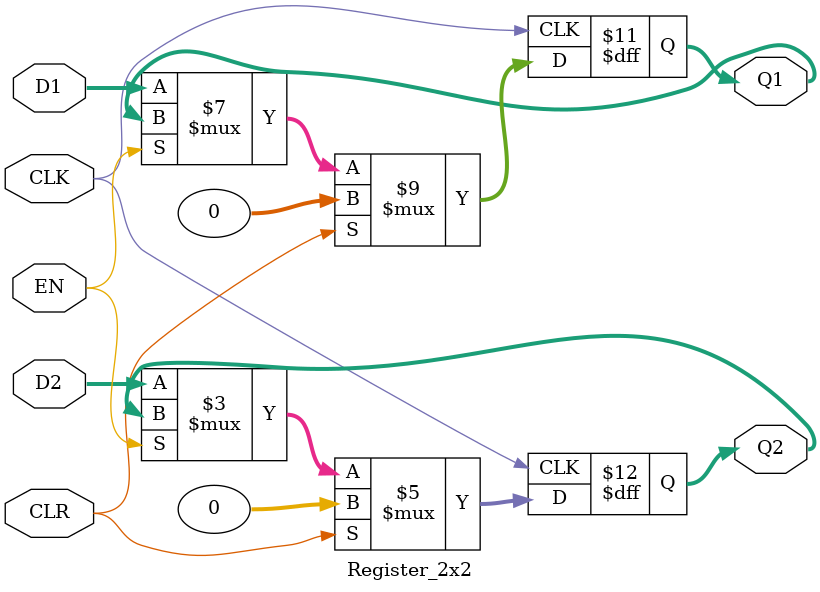
<source format=v>
`timescale 1ns / 1ps

module Register_2x2 #(parameter AWL = 6, DWL = 32, DEPTH = 2**AWL)
                     (input CLK, EN, CLR,
                      input [DWL-1:0] D1, D2,
                      output reg [DWL-1:0] Q1, Q2);
    
    always @ (posedge CLK) begin
        if (!EN) begin // Active-low enable signal
            Q1 <= D1;
            Q2 <= D2;
        end
        if (CLR) begin
            Q1 <= 0;
            Q2 <= 0;
        end
    end
    
endmodule

</source>
